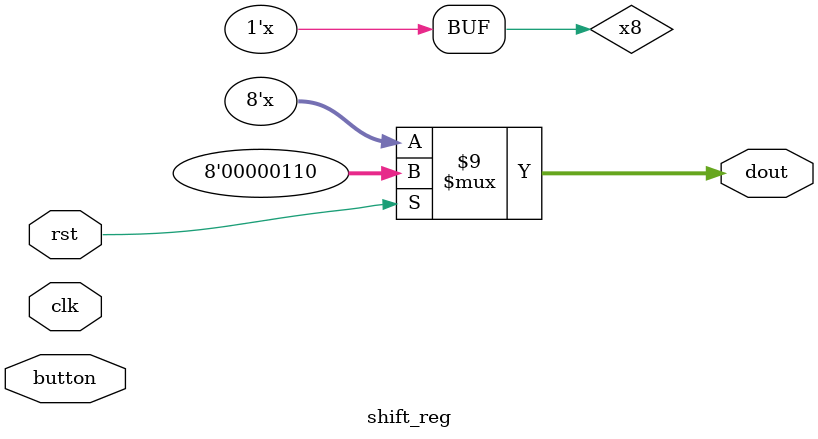
<source format=v>
module shift_reg(
	//input [7:0] din,
	input rst,
	input clk,
	input button,
	output reg [7:0] dout
);
	reg x8;
	always@(button) begin
		//if (din == 8'b00000000) begin
		//	#dout <= 8'b00000110;
		//end else begin
		if (rst) 
			dout <= 8'b00000110;
		else begin
			x8 <= dout[4] ^ dout[3] ^ dout[2] ^ dout[0];
			dout <= {x8, dout[7:1]};
		end
	end
endmodule

</source>
